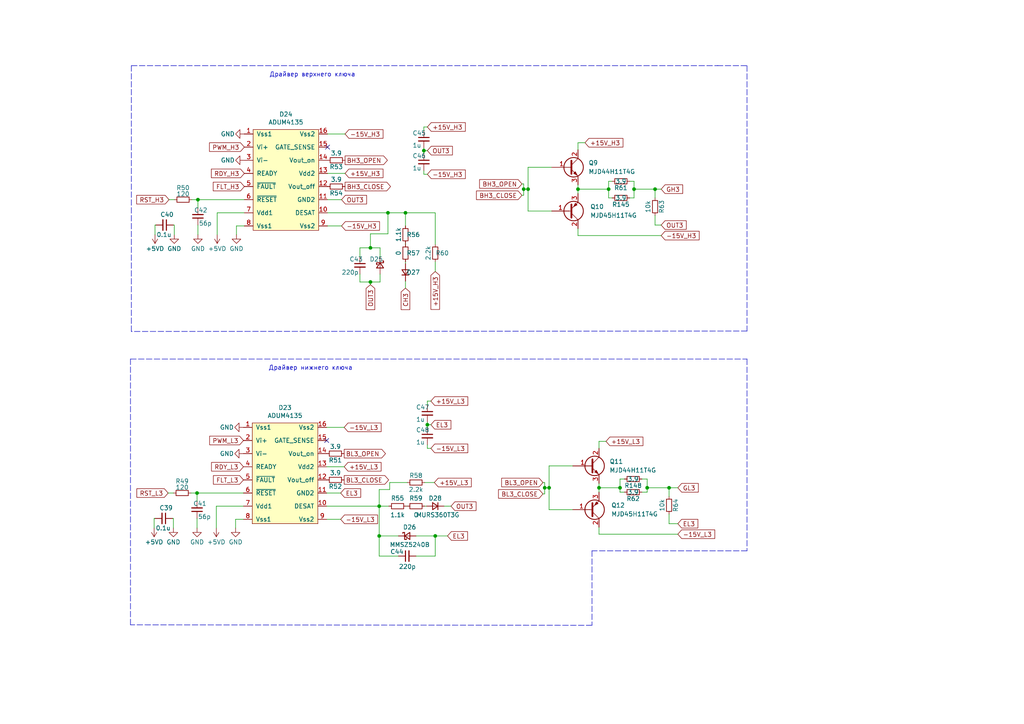
<source format=kicad_sch>
(kicad_sch (version 20211123) (generator eeschema)
  (paper "A4")
  (lib_symbols
    (symbol "ADUM_Driver:ADUM4135" (pin_names (offset 1.016))
      (property "Reference" "D" (at 0 0 0))
      (property "Value" "ADUM_Driver_ADUM4135" (at 0 -1.905 0))
      (symbol "ADUM4135_0_1"
        (rectangle (start -10.16 -3.175) (end 8.89 -32.385) (fill (type background)))
      )
      (symbol "ADUM4135_1_1"
        (pin input line (at -12.7 -4.445 0) (length 2.54) (name "Vss1") (number "1"))
        (pin input line (at 11.43 -27.305 180) (length 2.54) (name "DESAT") (number "10"))
        (pin input line (at 11.43 -23.495 180) (length 2.54) (name "GND2") (number "11"))
        (pin input line (at 11.43 -19.685 180) (length 2.54) (name "Vout_off") (number "12"))
        (pin input line (at 11.43 -15.875 180) (length 2.54) (name "Vdd2") (number "13"))
        (pin input line (at 11.43 -12.065 180) (length 2.54) (name "Vout_on") (number "14"))
        (pin input line (at 11.43 -8.255 180) (length 2.54) (name "GATE_SENSE") (number "15"))
        (pin input line (at 11.43 -4.445 180) (length 2.54) (name "Vss2") (number "16"))
        (pin input line (at -12.7 -8.255 0) (length 2.54) (name "Vi+") (number "2"))
        (pin input line (at -12.7 -12.065 0) (length 2.54) (name "Vi-") (number "3"))
        (pin input line (at -12.7 -15.875 0) (length 2.54) (name "READY") (number "4"))
        (pin input line (at -12.7 -19.685 0) (length 2.54) (name "~{FAULT}") (number "5"))
        (pin input line (at -12.7 -23.495 0) (length 2.54) (name "~{RESET}") (number "6"))
        (pin input line (at -12.7 -27.305 0) (length 2.54) (name "Vdd1") (number "7"))
        (pin input line (at -12.7 -31.115 0) (length 2.54) (name "Vss1") (number "8"))
        (pin input line (at 11.43 -31.115 180) (length 2.54) (name "Vss2") (number "9"))
      )
    )
    (symbol "Device:C_Small" (pin_numbers hide) (pin_names (offset 0.254) hide)
      (property "Reference" "C" (at 0.254 1.778 0))
      (property "Value" "C_Small" (at 0.254 -2.032 0))
      (symbol "C_Small_0_1"
        (polyline (pts (xy -1.524 -0.508) (xy 1.524 -0.508)) (stroke (width 0.3302)))
        (polyline (pts (xy -1.524 0.508) (xy 1.524 0.508)) (stroke (width 0.3048)))
      )
      (symbol "C_Small_1_1"
        (pin passive line (at 0 2.54 270) (length 2.032) (name "~") (number "1"))
        (pin passive line (at 0 -2.54 90) (length 2.032) (name "~") (number "2"))
      )
    )
    (symbol "Device:D_Schottky_Small" (pin_numbers hide) (pin_names (offset 0.254) hide)
      (property "Reference" "D" (at -1.27 2.032 0))
      (property "Value" "D_Schottky_Small" (at -7.112 -2.032 0))
      (symbol "D_Schottky_Small_0_1"
        (polyline (pts (xy -0.762 0) (xy 0.762 0)))
        (polyline (pts (xy 0.762 -1.016) (xy -0.762 0) (xy 0.762 1.016) (xy 0.762 -1.016)) (stroke (width 0.254)))
        (polyline (pts (xy -1.27 0.762) (xy -1.27 1.016) (xy -0.762 1.016) (xy -0.762 -1.016) (xy -0.254 -1.016) (xy -0.254 -0.762)) (stroke (width 0.254)))
      )
      (symbol "D_Schottky_Small_1_1"
        (pin passive line (at -2.54 0 0) (length 1.778) (name "K") (number "1"))
        (pin passive line (at 2.54 0 180) (length 1.778) (name "A") (number "2"))
      )
    )
    (symbol "Device:D_Small" (pin_numbers hide) (pin_names (offset 0.254) hide)
      (property "Reference" "D" (at -1.27 2.032 0))
      (property "Value" "D_Small" (at -3.81 -2.032 0))
      (symbol "D_Small_0_1"
        (polyline (pts (xy -0.762 -1.016) (xy -0.762 1.016)) (stroke (width 0.254)))
        (polyline (pts (xy -0.762 0) (xy 0.762 0)))
        (polyline (pts (xy 0.762 -1.016) (xy -0.762 0) (xy 0.762 1.016) (xy 0.762 -1.016)) (stroke (width 0.254)))
      )
      (symbol "D_Small_1_1"
        (pin passive line (at -2.54 0 0) (length 1.778) (name "K") (number "1"))
        (pin passive line (at 2.54 0 180) (length 1.778) (name "A") (number "2"))
      )
    )
    (symbol "Device:R_Small" (pin_numbers hide) (pin_names (offset 0.254) hide)
      (property "Reference" "R" (at 0.762 0.508 0))
      (property "Value" "R_Small" (at 0.762 -1.016 0))
      (symbol "R_Small_0_1"
        (rectangle (start -0.762 1.778) (end 0.762 -1.778) (stroke (width 0.2032)))
      )
      (symbol "R_Small_1_1"
        (pin passive line (at 0 2.54 270) (length 0.762) (name "~") (number "1"))
        (pin passive line (at 0 -2.54 90) (length 0.762) (name "~") (number "2"))
      )
    )
    (symbol "Transistor_BJT:2SB817" (pin_names (offset 0) hide)
      (property "Reference" "Q" (at 5.08 1.905 0))
      (property "Value" "2SB817" (at 5.08 0 0))
      (symbol "2SB817_0_1"
        (polyline (pts (xy 0 0) (xy 0.635 0)))
        (polyline (pts (xy 2.54 2.54) (xy 0.635 0.635)))
        (polyline (pts (xy 0.635 -0.635) (xy 2.54 -2.54) (xy 2.54 -2.54)))
        (polyline (pts (xy 0.635 1.905) (xy 0.635 -1.905) (xy 0.635 -1.905)) (stroke (width 0.508)))
        (polyline (pts (xy 1.778 -2.286) (xy 2.286 -1.778) (xy 1.27 -1.27) (xy 1.778 -2.286) (xy 1.778 -2.286)) (fill (type outline)))
        (circle (center 1.27 0) (radius 2.8194) (stroke (width 0.254)))
      )
      (symbol "2SB817_1_1"
        (pin input line (at -5.08 0 0) (length 5.08) (name "B") (number "1"))
        (pin passive line (at 2.54 5.08 270) (length 2.54) (name "C") (number "2"))
        (pin passive line (at 2.54 -5.08 90) (length 2.54) (name "E") (number "3"))
      )
    )
    (symbol "Transistor_BJT:BCP56" (pin_names (offset 0) hide)
      (property "Reference" "Q" (at 5.08 1.905 0))
      (property "Value" "BCP56" (at 5.08 0 0))
      (symbol "BCP56_0_1"
        (polyline (pts (xy 0.635 0.635) (xy 2.54 2.54)))
        (polyline (pts (xy 0.635 -0.635) (xy 2.54 -2.54) (xy 2.54 -2.54)))
        (polyline (pts (xy 0.635 1.905) (xy 0.635 -1.905) (xy 0.635 -1.905)) (stroke (width 0.508)))
        (polyline (pts (xy 1.27 -1.778) (xy 1.778 -1.27) (xy 2.286 -2.286) (xy 1.27 -1.778) (xy 1.27 -1.778)) (fill (type outline)))
        (circle (center 1.27 0) (radius 2.8194) (stroke (width 0.254)))
      )
      (symbol "BCP56_1_1"
        (pin input line (at -5.08 0 0) (length 5.715) (name "B") (number "1"))
        (pin passive line (at 2.54 5.08 270) (length 2.54) (name "C") (number "2"))
        (pin passive line (at 2.54 -5.08 90) (length 2.54) (name "E") (number "3"))
        (pin passive line (at 2.54 5.08 270) (length 2.54) hide (name "C") (number "4"))
      )
    )
    (symbol "power:+5VD" (power) (pin_names (offset 0))
      (property "Value" "+5VD" (at 0 3.556 0))
      (symbol "+5VD_0_1"
        (polyline (pts (xy -0.762 1.27) (xy 0 2.54)))
        (polyline (pts (xy 0 0) (xy 0 2.54)))
        (polyline (pts (xy 0 2.54) (xy 0.762 1.27)))
      )
      (symbol "+5VD_1_1"
        (pin power_in line (at 0 0 90) (length 0) hide (name "+5VD") (number "1"))
      )
    )
    (symbol "power:GND" (power) (pin_names (offset 0))
      (property "Value" "GND" (at 0 -3.81 0))
      (symbol "GND_0_1"
        (polyline (pts (xy 0 0) (xy 0 -1.27) (xy 1.27 -1.27) (xy 0 -2.54) (xy -1.27 -1.27) (xy 0 -1.27)))
      )
      (symbol "GND_1_1"
        (pin power_in line (at 0 0 270) (length 0) hide (name "GND") (number "1"))
      )
    )
  )
  (junction (at 151.892 54.864))
  (junction (at 173.736 141.478))
  (junction (at 179.832 141.478))
  (junction (at 183.896 54.864))
  (junction (at 153.162 54.864))
  (junction (at 107.442 71.882))
  (junction (at 176.53 54.864))
  (junction (at 159.258 141.478))
  (junction (at 122.936 43.688))
  (junction (at 157.988 141.478))
  (junction (at 109.982 146.812))
  (junction (at 126.238 155.448))
  (junction (at 194.056 141.478))
  (junction (at 189.992 54.864))
  (junction (at 117.602 61.722))
  (junction (at 112.522 61.722))
  (junction (at 123.952 123.19))
  (junction (at 57.15 143.002))
  (junction (at 109.982 155.448))
  (junction (at 187.706 141.478))
  (junction (at 167.64 54.864))
  (junction (at 107.442 81.788))
  (junction (at 57.404 57.912))
  (no_connect (at 94.996 42.672))
  (no_connect (at 94.742 127.762))
  (wire (pts (xy 167.64 68.326) (xy 191.77 68.326)))
  (wire (pts (xy 94.742 143.002) (xy 98.806 143.002)))
  (wire (pts (xy 183.896 52.578) (xy 182.626 52.578)))
  (wire (pts (xy 44.958 65.278) (xy 45.212 65.278)))
  (wire (pts (xy 179.832 138.938) (xy 179.832 141.478)))
  (wire (pts (xy 151.384 53.34) (xy 151.892 53.34)))
  (wire (pts (xy 109.982 146.812) (xy 112.776 146.812)))
  (wire (pts (xy 123.952 130.048) (xy 123.952 129.032)))
  (polyline (pts (xy 37.846 104.14) (xy 142.367 104.14)))
  (wire (pts (xy 123.952 36.83) (xy 122.936 36.83)))
  (wire (pts (xy 62.738 146.812) (xy 70.612 146.812)))
  (wire (pts (xy 122.936 50.546) (xy 122.936 49.53)))
  (wire (pts (xy 107.442 67.818) (xy 112.522 67.818)))
  (wire (pts (xy 167.64 41.402) (xy 167.64 43.434)))
  (wire (pts (xy 94.996 61.722) (xy 112.522 61.722)))
  (wire (pts (xy 126.238 161.29) (xy 126.238 155.448)))
  (wire (pts (xy 126.238 70.866) (xy 126.238 61.722)))
  (wire (pts (xy 159.258 135.128) (xy 159.258 141.478)))
  (wire (pts (xy 55.626 57.912) (xy 57.404 57.912)))
  (wire (pts (xy 160.02 48.514) (xy 153.162 48.514)))
  (wire (pts (xy 110.236 79.502) (xy 110.236 81.788)))
  (wire (pts (xy 70.612 150.622) (xy 68.326 150.622)))
  (wire (pts (xy 173.736 128.016) (xy 173.736 130.048)))
  (wire (pts (xy 62.992 61.722) (xy 70.866 61.722)))
  (wire (pts (xy 104.394 81.788) (xy 107.442 81.788)))
  (wire (pts (xy 177.546 52.578) (xy 176.53 52.578)))
  (wire (pts (xy 173.736 141.478) (xy 173.736 142.748)))
  (wire (pts (xy 167.64 53.594) (xy 167.64 54.864)))
  (wire (pts (xy 173.736 141.478) (xy 179.832 141.478)))
  (wire (pts (xy 109.982 155.448) (xy 109.982 146.812)))
  (wire (pts (xy 128.778 146.812) (xy 130.81 146.812)))
  (wire (pts (xy 50.546 68.072) (xy 50.546 65.278)))
  (wire (pts (xy 122.936 43.688) (xy 123.952 43.688)))
  (wire (pts (xy 194.056 141.478) (xy 196.596 141.478)))
  (wire (pts (xy 118.11 146.812) (xy 117.856 146.812)))
  (wire (pts (xy 122.936 36.83) (xy 122.936 37.846)))
  (wire (pts (xy 113.03 139.954) (xy 118.11 139.954)))
  (wire (pts (xy 183.896 54.864) (xy 189.992 54.864)))
  (wire (pts (xy 189.992 57.404) (xy 189.992 54.864)))
  (wire (pts (xy 117.602 81.534) (xy 117.602 83.566)))
  (wire (pts (xy 50.546 65.278) (xy 50.292 65.278)))
  (wire (pts (xy 151.892 53.34) (xy 151.892 54.864)))
  (wire (pts (xy 181.102 138.938) (xy 179.832 138.938)))
  (polyline (pts (xy 142.24 104.14) (xy 216.662 104.14)))
  (wire (pts (xy 166.116 135.128) (xy 159.258 135.128)))
  (polyline (pts (xy 216.662 19.05) (xy 216.662 96.012)))
  (wire (pts (xy 94.996 50.292) (xy 100.076 50.292)))
  (wire (pts (xy 194.056 149.098) (xy 194.056 151.892)))
  (wire (pts (xy 183.896 54.864) (xy 183.896 52.578)))
  (wire (pts (xy 109.982 161.29) (xy 109.982 155.448)))
  (wire (pts (xy 104.394 74.422) (xy 104.394 71.882)))
  (wire (pts (xy 123.19 139.954) (xy 125.984 139.954)))
  (wire (pts (xy 151.892 54.864) (xy 153.162 54.864)))
  (wire (pts (xy 117.602 70.866) (xy 117.602 70.612)))
  (wire (pts (xy 179.832 142.748) (xy 181.102 142.748)))
  (wire (pts (xy 107.442 81.788) (xy 110.236 81.788)))
  (wire (pts (xy 167.64 54.864) (xy 176.53 54.864)))
  (wire (pts (xy 124.968 116.332) (xy 123.952 116.332)))
  (wire (pts (xy 160.02 61.214) (xy 153.162 61.214)))
  (wire (pts (xy 57.15 143.002) (xy 70.612 143.002)))
  (wire (pts (xy 123.952 123.19) (xy 124.968 123.19)))
  (wire (pts (xy 196.596 151.892) (xy 194.056 151.892)))
  (wire (pts (xy 110.236 74.422) (xy 110.236 71.882)))
  (wire (pts (xy 157.988 143.256) (xy 157.988 141.478)))
  (wire (pts (xy 94.996 38.862) (xy 100.076 38.862)))
  (wire (pts (xy 117.602 75.946) (xy 117.602 76.454)))
  (wire (pts (xy 55.372 143.002) (xy 57.15 143.002)))
  (wire (pts (xy 112.522 61.722) (xy 117.602 61.722)))
  (wire (pts (xy 113.03 141.986) (xy 109.982 141.986)))
  (wire (pts (xy 109.982 141.986) (xy 109.982 146.812)))
  (wire (pts (xy 94.996 57.912) (xy 99.06 57.912)))
  (wire (pts (xy 117.602 61.722) (xy 117.602 65.532)))
  (polyline (pts (xy 216.662 96.012) (xy 38.1 96.139)))
  (wire (pts (xy 194.056 144.018) (xy 194.056 141.478)))
  (wire (pts (xy 62.738 153.162) (xy 62.738 146.812)))
  (wire (pts (xy 173.736 154.94) (xy 196.596 154.94)))
  (wire (pts (xy 122.936 42.926) (xy 122.936 43.688)))
  (wire (pts (xy 44.958 68.072) (xy 44.958 65.278)))
  (polyline (pts (xy 216.662 159.766) (xy 171.704 159.766)))
  (wire (pts (xy 50.292 153.162) (xy 50.292 150.368)))
  (wire (pts (xy 167.64 54.864) (xy 167.64 56.134)))
  (wire (pts (xy 157.48 139.954) (xy 157.988 139.954)))
  (wire (pts (xy 115.57 155.448) (xy 109.982 155.448)))
  (wire (pts (xy 175.768 128.016) (xy 173.736 128.016)))
  (wire (pts (xy 187.706 138.938) (xy 187.706 141.478)))
  (wire (pts (xy 167.64 66.294) (xy 167.64 68.326)))
  (wire (pts (xy 122.936 43.688) (xy 122.936 44.45)))
  (wire (pts (xy 68.326 150.622) (xy 68.326 153.162)))
  (wire (pts (xy 153.162 54.864) (xy 153.162 61.214)))
  (wire (pts (xy 123.952 122.428) (xy 123.952 123.19)))
  (wire (pts (xy 62.992 68.072) (xy 62.992 61.722)))
  (wire (pts (xy 126.238 155.448) (xy 129.794 155.448)))
  (polyline (pts (xy 38.1 19.05) (xy 208.28 19.05)))
  (wire (pts (xy 191.77 65.278) (xy 189.992 65.278)))
  (wire (pts (xy 182.626 57.404) (xy 183.896 57.404)))
  (wire (pts (xy 176.53 54.864) (xy 176.53 57.404)))
  (wire (pts (xy 107.442 71.882) (xy 110.236 71.882)))
  (wire (pts (xy 157.988 139.954) (xy 157.988 141.478)))
  (wire (pts (xy 57.404 60.198) (xy 57.404 57.912)))
  (wire (pts (xy 187.706 142.748) (xy 186.182 142.748)))
  (wire (pts (xy 94.996 65.532) (xy 99.06 65.532)))
  (wire (pts (xy 173.736 152.908) (xy 173.736 154.94)))
  (wire (pts (xy 57.404 68.072) (xy 57.404 65.278)))
  (wire (pts (xy 104.394 79.502) (xy 104.394 81.788)))
  (polyline (pts (xy 37.846 181.229) (xy 37.846 104.14)))
  (wire (pts (xy 173.736 140.208) (xy 173.736 141.478)))
  (polyline (pts (xy 171.704 159.766) (xy 171.704 181.356)))
  (wire (pts (xy 57.15 145.288) (xy 57.15 143.002)))
  (polyline (pts (xy 216.662 104.14) (xy 216.662 159.766)))
  (wire (pts (xy 48.768 143.002) (xy 50.292 143.002)))
  (wire (pts (xy 176.53 52.578) (xy 176.53 54.864)))
  (wire (pts (xy 44.704 153.162) (xy 44.704 150.368)))
  (wire (pts (xy 166.116 147.828) (xy 159.258 147.828)))
  (wire (pts (xy 187.706 141.478) (xy 187.706 142.748)))
  (wire (pts (xy 104.394 71.882) (xy 107.442 71.882)))
  (wire (pts (xy 120.65 155.448) (xy 126.238 155.448)))
  (wire (pts (xy 44.704 150.368) (xy 44.958 150.368)))
  (wire (pts (xy 57.15 153.162) (xy 57.15 150.368)))
  (wire (pts (xy 151.384 56.642) (xy 151.892 56.642)))
  (wire (pts (xy 157.988 141.478) (xy 159.258 141.478)))
  (wire (pts (xy 179.832 141.478) (xy 179.832 142.748)))
  (wire (pts (xy 151.892 56.642) (xy 151.892 54.864)))
  (wire (pts (xy 94.742 135.382) (xy 99.822 135.382)))
  (wire (pts (xy 107.442 71.882) (xy 107.442 67.818)))
  (wire (pts (xy 187.706 141.478) (xy 194.056 141.478)))
  (wire (pts (xy 183.896 57.404) (xy 183.896 54.864)))
  (wire (pts (xy 124.968 130.048) (xy 123.952 130.048)))
  (wire (pts (xy 123.19 146.812) (xy 123.698 146.812)))
  (wire (pts (xy 68.58 65.532) (xy 68.58 68.072)))
  (wire (pts (xy 115.57 161.29) (xy 109.982 161.29)))
  (wire (pts (xy 123.952 50.546) (xy 122.936 50.546)))
  (wire (pts (xy 126.238 61.722) (xy 117.602 61.722)))
  (polyline (pts (xy 38.1 96.139) (xy 38.1 19.05)))
  (wire (pts (xy 57.404 57.912) (xy 70.866 57.912)))
  (wire (pts (xy 123.952 116.332) (xy 123.952 117.348)))
  (wire (pts (xy 159.258 141.478) (xy 159.258 147.828)))
  (wire (pts (xy 107.442 81.788) (xy 107.442 82.55)))
  (wire (pts (xy 113.03 141.986) (xy 113.03 139.954)))
  (wire (pts (xy 153.162 48.514) (xy 153.162 54.864)))
  (wire (pts (xy 94.742 150.622) (xy 98.806 150.622)))
  (wire (pts (xy 186.182 138.938) (xy 187.706 138.938)))
  (wire (pts (xy 120.65 161.29) (xy 126.238 161.29)))
  (wire (pts (xy 70.866 65.532) (xy 68.58 65.532)))
  (wire (pts (xy 126.238 75.946) (xy 126.238 78.74)))
  (wire (pts (xy 189.992 62.484) (xy 189.992 65.278)))
  (wire (pts (xy 189.992 54.864) (xy 191.77 54.864)))
  (wire (pts (xy 49.022 57.912) (xy 50.546 57.912)))
  (wire (pts (xy 123.952 123.19) (xy 123.952 123.952)))
  (wire (pts (xy 176.53 57.404) (xy 177.546 57.404)))
  (wire (pts (xy 50.292 150.368) (xy 50.038 150.368)))
  (wire (pts (xy 112.522 67.818) (xy 112.522 61.722)))
  (wire (pts (xy 169.672 41.402) (xy 167.64 41.402)))
  (polyline (pts (xy 171.704 181.356) (xy 37.846 181.229)))
  (wire (pts (xy 94.742 146.812) (xy 109.982 146.812)))
  (polyline (pts (xy 208.026 19.05) (xy 216.662 19.05)))
  (wire (pts (xy 94.742 123.952) (xy 99.822 123.952)))
  (wire (pts (xy 157.48 143.256) (xy 157.988 143.256)))
  (text "Драйвер нижнего ключа" (at 77.851 107.569 0) (effects (font (size 1.27 1.27)) (justify left bottom)))
  (text "Драйвер верхнего ключа" (at 78.105 22.479 0) (effects (font (size 1.27 1.27)) (justify left bottom)))
  (global_label "OUT3" (shape input) (at 130.81 146.812 0) (property "Intersheet References" "${INTERSHEET_REFS}" (effects hide)))
  (global_label "RST_L3" (shape input) (at 48.768 143.002 180) (property "Intersheet References" "${INTERSHEET_REFS}" (effects hide)))
  (global_label "GH3" (shape input) (at 191.77 54.864 0) (property "Intersheet References" "${INTERSHEET_REFS}" (effects hide)))
  (global_label "BL3_CLOSE" (shape output) (at 99.822 139.192 0) (property "Intersheet References" "${INTERSHEET_REFS}" (effects hide)))
  (global_label "GL3" (shape input) (at 196.596 141.478 0) (property "Intersheet References" "${INTERSHEET_REFS}" (effects hide)))
  (global_label "+15V_H3" (shape input) (at 126.238 78.74 270) (property "Intersheet References" "${INTERSHEET_REFS}" (effects hide)))
  (global_label "FLT_L3" (shape input) (at 70.612 139.192 180) (property "Intersheet References" "${INTERSHEET_REFS}" (effects hide)))
  (global_label "RST_H3" (shape input) (at 49.022 57.912 180) (property "Intersheet References" "${INTERSHEET_REFS}" (effects hide)))
  (global_label "+15V_H3" (shape input) (at 123.952 36.83 0) (property "Intersheet References" "${INTERSHEET_REFS}" (effects hide)))
  (global_label "BL3_CLOSE" (shape input) (at 157.48 143.256 180) (property "Intersheet References" "${INTERSHEET_REFS}" (effects hide)))
  (global_label "-15V_L3" (shape input) (at 98.806 150.622 0) (property "Intersheet References" "${INTERSHEET_REFS}" (effects hide)))
  (global_label "BH3_CLOSE" (shape input) (at 151.384 56.642 180) (property "Intersheet References" "${INTERSHEET_REFS}" (effects hide)))
  (global_label "FLT_H3" (shape input) (at 70.866 54.102 180) (property "Intersheet References" "${INTERSHEET_REFS}" (effects hide)))
  (global_label "OUT3" (shape input) (at 191.77 65.278 0) (property "Intersheet References" "${INTERSHEET_REFS}" (effects hide)))
  (global_label "-15V_L3" (shape input) (at 99.822 123.952 0) (property "Intersheet References" "${INTERSHEET_REFS}" (effects hide)))
  (global_label "+15V_L3" (shape input) (at 99.822 135.382 0) (property "Intersheet References" "${INTERSHEET_REFS}" (effects hide)))
  (global_label "-15V_H3" (shape input) (at 123.952 50.546 0) (property "Intersheet References" "${INTERSHEET_REFS}" (effects hide)))
  (global_label "-15V_H3" (shape input) (at 100.076 38.862 0) (property "Intersheet References" "${INTERSHEET_REFS}" (effects hide)))
  (global_label "OUT3" (shape input) (at 123.952 43.688 0) (property "Intersheet References" "${INTERSHEET_REFS}" (effects hide)))
  (global_label "PWM_H3" (shape input) (at 70.866 42.672 180) (property "Intersheet References" "${INTERSHEET_REFS}" (effects hide)))
  (global_label "EL3" (shape input) (at 124.968 123.19 0) (property "Intersheet References" "${INTERSHEET_REFS}" (effects hide)))
  (global_label "EL3" (shape input) (at 196.596 151.892 0) (property "Intersheet References" "${INTERSHEET_REFS}" (effects hide)))
  (global_label "-15V_H3" (shape input) (at 99.06 65.532 0) (property "Intersheet References" "${INTERSHEET_REFS}" (effects hide)))
  (global_label "+15V_L3" (shape input) (at 175.768 128.016 0) (property "Intersheet References" "${INTERSHEET_REFS}" (effects hide)))
  (global_label "+15V_H3" (shape input) (at 100.076 50.292 0) (property "Intersheet References" "${INTERSHEET_REFS}" (effects hide)))
  (global_label "BH3_OPEN" (shape input) (at 151.384 53.34 180) (property "Intersheet References" "${INTERSHEET_REFS}" (effects hide)))
  (global_label "CH3" (shape input) (at 117.602 83.566 270) (property "Intersheet References" "${INTERSHEET_REFS}" (effects hide)))
  (global_label "-15V_L3" (shape input) (at 196.596 154.94 0) (property "Intersheet References" "${INTERSHEET_REFS}" (effects hide)))
  (global_label "+15V_L3" (shape input) (at 124.968 116.332 0) (property "Intersheet References" "${INTERSHEET_REFS}" (effects hide)))
  (global_label "BH3_CLOSE" (shape output) (at 100.076 54.102 0) (property "Intersheet References" "${INTERSHEET_REFS}" (effects hide)))
  (global_label "+15V_L3" (shape input) (at 125.984 139.954 0) (property "Intersheet References" "${INTERSHEET_REFS}" (effects hide)))
  (global_label "OUT3" (shape input) (at 99.06 57.912 0) (property "Intersheet References" "${INTERSHEET_REFS}" (effects hide)))
  (global_label "BL3_OPEN" (shape output) (at 99.822 131.572 0) (property "Intersheet References" "${INTERSHEET_REFS}" (effects hide)))
  (global_label "EL3" (shape input) (at 98.806 143.002 0) (property "Intersheet References" "${INTERSHEET_REFS}" (effects hide)))
  (global_label "EL3" (shape input) (at 129.794 155.448 0) (property "Intersheet References" "${INTERSHEET_REFS}" (effects hide)))
  (global_label "RDY_H3" (shape input) (at 70.866 50.292 180) (property "Intersheet References" "${INTERSHEET_REFS}" (effects hide)))
  (global_label "BL3_OPEN" (shape input) (at 157.48 139.954 180) (property "Intersheet References" "${INTERSHEET_REFS}" (effects hide)))
  (global_label "-15V_L3" (shape input) (at 124.968 130.048 0) (property "Intersheet References" "${INTERSHEET_REFS}" (effects hide)))
  (global_label "PWM_L3" (shape input) (at 70.612 127.762 180) (property "Intersheet References" "${INTERSHEET_REFS}" (effects hide)))
  (global_label "-15V_H3" (shape input) (at 191.77 68.326 0) (property "Intersheet References" "${INTERSHEET_REFS}" (effects hide)))
  (global_label "OUT3" (shape input) (at 107.442 82.55 270) (property "Intersheet References" "${INTERSHEET_REFS}" (effects hide)))
  (global_label "+15V_H3" (shape input) (at 169.672 41.402 0) (property "Intersheet References" "${INTERSHEET_REFS}" (effects hide)))
  (global_label "BH3_OPEN" (shape output) (at 100.076 46.482 0) (property "Intersheet References" "${INTERSHEET_REFS}" (effects hide)))
  (global_label "RDY_L3" (shape input) (at 70.612 135.382 180) (property "Intersheet References" "${INTERSHEET_REFS}" (effects hide)))
  (symbol (lib_id "Device:C_Small") (at 57.404 62.738 180) (unit 1)
    (property "Reference" "C42" (at 60.198 60.96 0) (effects (justify left)))
    (property "Value" "56p" (at 57.658 64.77 0) (effects (justify right)))
    (property "Footprint" "Capacitor_SMD:C_0805_2012Metric_Pad1.18x1.45mm_HandSolder" (effects hide))
  )
  (symbol (lib_id "power:+5VD") (at 62.738 153.162 180) (unit 1)
    (property "Reference" "#PWR071" (effects hide))
    (property "Value" "+5VD" (at 62.738 157.226 0))
  )
  (symbol (lib_id "Device:R_Small") (at 126.238 73.406 0) (unit 1)
    (property "Reference" "R60" (at 128.27 73.406 0))
    (property "Value" "2.2k" (at 124.206 73.406 90))
    (property "Footprint" "Resistor_SMD:R_0805_2012Metric_Pad1.20x1.40mm_HandSolder" (effects hide))
  )
  (symbol (lib_id "power:GND") (at 57.15 153.162 0) (unit 1)
    (property "Reference" "#PWR0166" (effects hide))
    (property "Value" "GND" (at 55.118 157.226 0) (effects (justify left)))
  )
  (symbol (lib_id "Device:R_Small") (at 120.65 139.954 90) (unit 1)
    (property "Reference" "R58" (at 120.65 137.922 90))
    (property "Value" "2.2k" (at 120.65 141.986 90))
    (property "Footprint" "Resistor_SMD:R_0805_2012Metric_Pad1.20x1.40mm_HandSolder" (effects hide))
  )
  (symbol (lib_id "Device:R_Small") (at 180.086 52.578 270) (unit 1)
    (property "Reference" "R61" (at 180.086 54.483 90))
    (property "Value" "3.9" (at 180.086 52.578 90))
    (property "Footprint" "Resistor_SMD:R_2512_6332Metric_Pad1.40x3.35mm_HandSolder" (effects hide))
  )
  (symbol (lib_id "Device:R_Small") (at 183.642 142.748 270) (unit 1)
    (property "Reference" "R62" (at 183.642 144.653 90))
    (property "Value" "3.9" (at 183.642 142.748 90))
    (property "Footprint" "Resistor_SMD:R_2512_6332Metric_Pad1.40x3.35mm_HandSolder" (effects hide))
  )
  (symbol (lib_id "Device:R_Small") (at 183.642 138.938 270) (unit 1)
    (property "Reference" "R148" (at 183.642 140.843 90))
    (property "Value" "3.9" (at 183.642 138.938 90))
    (property "Footprint" "Resistor_SMD:R_2512_6332Metric_Pad1.40x3.35mm_HandSolder" (effects hide))
  )
  (symbol (lib_id "Device:C_Small") (at 104.394 76.962 0) (unit 1)
    (property "Reference" "C43" (at 101.346 75.184 0) (effects (justify left)))
    (property "Value" "220p" (at 99.06 78.994 0) (effects (justify left)))
    (property "Footprint" "Capacitor_SMD:C_0805_2012Metric_Pad1.18x1.45mm_HandSolder" (effects hide))
  )
  (symbol (lib_id "power:GND") (at 70.612 123.952 270) (unit 1)
    (property "Reference" "#PWR0164" (effects hide))
    (property "Value" "GND" (at 63.754 123.952 90) (effects (justify left)))
  )
  (symbol (lib_id "Device:R_Small") (at 117.602 68.072 180) (unit 1)
    (property "Reference" "R56" (at 119.888 68.072 0))
    (property "Value" "1.1k" (at 115.57 68.072 90))
    (property "Footprint" "Resistor_SMD:R_0805_2012Metric_Pad1.20x1.40mm_HandSolder" (effects hide))
  )
  (symbol (lib_id "Device:R_Small") (at 189.992 59.944 0) (unit 1)
    (property "Reference" "R63" (at 191.897 59.944 90))
    (property "Value" "10k" (at 187.96 59.944 90))
    (property "Footprint" "Resistor_SMD:R_1210_3225Metric_Pad1.30x2.65mm_HandSolder" (effects hide))
  )
  (symbol (lib_id "Device:R_Small") (at 120.65 146.812 270) (unit 1)
    (property "Reference" "R59" (at 120.65 144.526 90))
    (property "Value" "0" (at 120.65 149.352 90))
    (property "Footprint" "Resistor_SMD:R_1206_3216Metric_Pad1.30x1.75mm_HandSolder" (effects hide))
  )
  (symbol (lib_id "Device:R_Small") (at 97.536 54.102 270) (unit 1)
    (property "Reference" "R54" (at 97.536 56.007 90))
    (property "Value" "3.9" (at 97.536 52.07 90))
    (property "Footprint" "Resistor_SMD:R_1210_3225Metric_Pad1.30x2.65mm_HandSolder" (effects hide))
  )
  (symbol (lib_id "power:GND") (at 50.292 153.162 0) (unit 1)
    (property "Reference" "#PWR0167" (effects hide))
    (property "Value" "GND" (at 48.26 157.226 0) (effects (justify left)))
  )
  (symbol (lib_id "power:GND") (at 70.612 131.572 270) (unit 1)
    (property "Reference" "#PWR0165" (effects hide))
    (property "Value" "GND" (at 63.754 131.572 90) (effects (justify left)))
  )
  (symbol (lib_id "Transistor_BJT:2SB817") (at 165.1 61.214 0) (mirror x) (unit 1)
    (property "Reference" "Q10" (at 171.196 59.9439 0) (effects (justify left)))
    (property "Value" "MJD45H11T4G" (at 171.196 62.4839 0) (effects (justify left)))
    (property "Footprint" "Package_TO_SOT_SMD:TO-252-2" (effects hide))
    (property "Datasheet" "http://skory.gylcomp.hu/alkatresz/2SB817.pdf" (effects hide))
  )
  (symbol (lib_id "power:GND") (at 57.404 68.072 0) (unit 1)
    (property "Reference" "#PWR0171" (effects hide))
    (property "Value" "GND" (at 55.372 72.136 0) (effects (justify left)))
  )
  (symbol (lib_id "Device:R_Small") (at 180.086 57.404 270) (unit 1)
    (property "Reference" "R145" (at 180.086 59.309 90))
    (property "Value" "3.9" (at 180.086 57.404 90))
    (property "Footprint" "Resistor_SMD:R_2512_6332Metric_Pad1.40x3.35mm_HandSolder" (effects hide))
  )
  (symbol (lib_id "power:+5VD") (at 62.992 68.072 180) (unit 1)
    (property "Reference" "#PWR072" (effects hide))
    (property "Value" "+5VD" (at 62.992 72.136 0))
  )
  (symbol (lib_id "power:GND") (at 50.546 68.072 0) (unit 1)
    (property "Reference" "#PWR0170" (effects hide))
    (property "Value" "GND" (at 48.514 72.136 0) (effects (justify left)))
  )
  (symbol (lib_id "Device:D_Small") (at 126.238 146.812 180) (unit 1)
    (property "Reference" "D28" (at 126.238 144.526 0))
    (property "Value" "MURS360T3G" (at 127 149.352 0))
    (property "Footprint" "Diode_SMD:D_SMC" (effects hide))
  )
  (symbol (lib_id "Device:C_Small") (at 123.952 119.888 0) (unit 1)
    (property "Reference" "C47" (at 120.65 118.11 0) (effects (justify left)))
    (property "Value" "1u" (at 120.65 121.666 0) (effects (justify left)))
    (property "Footprint" "Capacitor_SMD:C_0805_2012Metric_Pad1.18x1.45mm_HandSolder" (effects hide))
  )
  (symbol (lib_id "Device:D_Schottky_Small") (at 110.236 76.962 270) (unit 1)
    (property "Reference" "D25" (at 107.188 75.184 90) (effects (justify left)))
    (property "Value" "MMSZ5240B" (effects hide))
    (property "Footprint" "Diode_SMD:D_SOD-123" (effects hide))
  )
  (symbol (lib_id "Device:C_Small") (at 122.936 40.386 0) (unit 1)
    (property "Reference" "C45" (at 119.634 38.608 0) (effects (justify left)))
    (property "Value" "1u" (at 119.634 42.164 0) (effects (justify left)))
    (property "Footprint" "Capacitor_SMD:C_0805_2012Metric_Pad1.18x1.45mm_HandSolder" (effects hide))
  )
  (symbol (lib_id "Device:R_Small") (at 117.602 73.406 180) (unit 1)
    (property "Reference" "R57" (at 119.888 73.406 0))
    (property "Value" "0" (at 115.57 73.406 90))
    (property "Footprint" "Resistor_SMD:R_1206_3216Metric_Pad1.30x1.75mm_HandSolder" (effects hide))
  )
  (symbol (lib_id "Transistor_BJT:BCP56") (at 171.196 135.128 0) (unit 1)
    (property "Reference" "Q11" (at 176.784 133.8579 0) (effects (justify left)))
    (property "Value" "MJD44H11T4G" (at 176.784 136.3979 0) (effects (justify left)))
    (property "Footprint" "Package_TO_SOT_SMD:TO-252-2" (effects hide))
    (property "Datasheet" "http://cache.nxp.com/documents/data_sheet/BCP56_BCX56_BC56PA.pdf?pspll=1" (effects hide))
  )
  (symbol (lib_id "power:+5VD") (at 44.958 68.072 180) (unit 1)
    (property "Reference" "#PWR066" (effects hide))
    (property "Value" "+5VD" (at 44.958 72.136 0))
  )
  (symbol (lib_id "Device:R_Small") (at 97.282 131.572 270) (unit 1)
    (property "Reference" "R51" (at 97.282 133.477 90))
    (property "Value" "3.9" (at 97.282 129.54 90))
    (property "Footprint" "Resistor_SMD:R_1210_3225Metric_Pad1.30x2.65mm_HandSolder" (effects hide))
  )
  (symbol (lib_id "power:GND") (at 70.866 46.482 270) (unit 1)
    (property "Reference" "#PWR0169" (effects hide))
    (property "Value" "GND" (at 64.008 46.482 90) (effects (justify left)))
  )
  (symbol (lib_id "ADUM_Driver:ADUM4135") (at 83.312 119.507 0) (unit 1)
    (property "Reference" "D23" (at 82.677 118.237 0))
    (property "Value" "ADUM4135" (at 82.677 120.5484 0))
    (property "Footprint" "Package_SO:SOIC-16W_7.5x10.3mm_P1.27mm" (effects hide))
  )
  (symbol (lib_id "Device:C_Small") (at 47.752 65.278 270) (unit 1)
    (property "Reference" "C40" (at 46.482 62.23 90) (effects (justify left)))
    (property "Value" "0.1u" (at 49.784 68.072 90) (effects (justify right)))
    (property "Footprint" "Capacitor_SMD:C_0805_2012Metric_Pad1.18x1.45mm_HandSolder" (effects hide))
  )
  (symbol (lib_id "Transistor_BJT:BCP56") (at 165.1 48.514 0) (unit 1)
    (property "Reference" "Q9" (at 170.688 47.2439 0) (effects (justify left)))
    (property "Value" "MJD44H11T4G" (at 170.688 49.7839 0) (effects (justify left)))
    (property "Footprint" "Package_TO_SOT_SMD:TO-252-2" (effects hide))
    (property "Datasheet" "http://cache.nxp.com/documents/data_sheet/BCP56_BCX56_BC56PA.pdf?pspll=1" (effects hide))
  )
  (symbol (lib_id "Device:C_Small") (at 118.11 161.29 90) (unit 1)
    (property "Reference" "C44" (at 117.094 160.02 90) (effects (justify left)))
    (property "Value" "220p" (at 120.65 164.338 90) (effects (justify left)))
    (property "Footprint" "Capacitor_SMD:C_0805_2012Metric_Pad1.18x1.45mm_HandSolder" (effects hide))
  )
  (symbol (lib_id "Device:R_Small") (at 194.056 146.558 0) (unit 1)
    (property "Reference" "R64" (at 195.961 146.558 90))
    (property "Value" "10k" (at 192.024 146.558 90))
    (property "Footprint" "Resistor_SMD:R_1210_3225Metric_Pad1.30x2.65mm_HandSolder" (effects hide))
  )
  (symbol (lib_id "Device:D_Small") (at 117.602 78.994 90) (unit 1)
    (property "Reference" "D27" (at 119.888 78.994 90))
    (property "Value" "MURS360T3G" (effects hide))
    (property "Footprint" "Diode_SMD:D_SMC" (effects hide))
  )
  (symbol (lib_id "Device:R_Small") (at 115.316 146.812 270) (unit 1)
    (property "Reference" "R55" (at 115.316 144.526 90))
    (property "Value" "1.1k" (at 115.316 149.352 90))
    (property "Footprint" "Resistor_SMD:R_0805_2012Metric_Pad1.20x1.40mm_HandSolder" (effects hide))
  )
  (symbol (lib_id "Device:C_Small") (at 57.15 147.828 180) (unit 1)
    (property "Reference" "C41" (at 59.944 146.05 0) (effects (justify left)))
    (property "Value" "56p" (at 57.404 149.86 0) (effects (justify right)))
    (property "Footprint" "Capacitor_SMD:C_0805_2012Metric_Pad1.18x1.45mm_HandSolder" (effects hide))
  )
  (symbol (lib_id "Device:R_Small") (at 52.832 143.002 90) (unit 1)
    (property "Reference" "R49" (at 52.832 139.573 90))
    (property "Value" "120" (at 52.832 141.351 90))
    (property "Footprint" "Resistor_SMD:R_0805_2012Metric_Pad1.20x1.40mm_HandSolder" (effects hide))
  )
  (symbol (lib_id "Device:C_Small") (at 123.952 126.492 0) (unit 1)
    (property "Reference" "C48" (at 120.65 124.714 0) (effects (justify left)))
    (property "Value" "1u" (at 120.65 128.27 0) (effects (justify left)))
    (property "Footprint" "Capacitor_SMD:C_0805_2012Metric_Pad1.18x1.45mm_HandSolder" (effects hide))
  )
  (symbol (lib_id "Device:C_Small") (at 47.498 150.368 270) (unit 1)
    (property "Reference" "C39" (at 46.228 147.32 90) (effects (justify left)))
    (property "Value" "0.1u" (at 49.53 153.162 90) (effects (justify right)))
    (property "Footprint" "Capacitor_SMD:C_0805_2012Metric_Pad1.18x1.45mm_HandSolder" (effects hide))
  )
  (symbol (lib_id "Device:R_Small") (at 97.282 139.192 270) (unit 1)
    (property "Reference" "R52" (at 97.282 141.097 90))
    (property "Value" "3.9" (at 97.282 137.16 90))
    (property "Footprint" "Resistor_SMD:R_1210_3225Metric_Pad1.30x2.65mm_HandSolder" (effects hide))
  )
  (symbol (lib_id "Transistor_BJT:2SB817") (at 171.196 147.828 0) (mirror x) (unit 1)
    (property "Reference" "Q12" (at 177.292 146.5579 0) (effects (justify left)))
    (property "Value" "MJD45H11T4G" (at 177.292 149.0979 0) (effects (justify left)))
    (property "Footprint" "Package_TO_SOT_SMD:TO-252-2" (effects hide))
    (property "Datasheet" "http://skory.gylcomp.hu/alkatresz/2SB817.pdf" (effects hide))
  )
  (symbol (lib_id "Device:R_Small") (at 53.086 57.912 90) (unit 1)
    (property "Reference" "R50" (at 53.086 54.483 90))
    (property "Value" "120" (at 53.086 56.261 90))
    (property "Footprint" "Resistor_SMD:R_0805_2012Metric_Pad1.20x1.40mm_HandSolder" (effects hide))
  )
  (symbol (lib_id "ADUM_Driver:ADUM4135") (at 83.566 34.417 0) (unit 1)
    (property "Reference" "D24" (at 82.931 33.147 0))
    (property "Value" "ADUM4135" (at 82.931 35.4584 0))
    (property "Footprint" "Package_SO:SOIC-16W_7.5x10.3mm_P1.27mm" (effects hide))
  )
  (symbol (lib_id "power:GND") (at 68.326 153.162 0) (unit 1)
    (property "Reference" "#PWR0163" (effects hide))
    (property "Value" "GND" (at 66.294 157.226 0) (effects (justify left)))
  )
  (symbol (lib_id "power:GND") (at 68.58 68.072 0) (unit 1)
    (property "Reference" "#PWR0172" (effects hide))
    (property "Value" "GND" (at 66.548 72.136 0) (effects (justify left)))
  )
  (symbol (lib_id "Device:R_Small") (at 97.536 46.482 270) (unit 1)
    (property "Reference" "R53" (at 97.536 48.387 90))
    (property "Value" "3.9" (at 97.536 44.45 90))
    (property "Footprint" "Resistor_SMD:R_1210_3225Metric_Pad1.30x2.65mm_HandSolder" (effects hide))
  )
  (symbol (lib_id "power:GND") (at 70.866 38.862 270) (unit 1)
    (property "Reference" "#PWR0168" (effects hide))
    (property "Value" "GND" (at 64.008 38.862 90) (effects (justify left)))
  )
  (symbol (lib_id "Device:C_Small") (at 122.936 46.99 0) (unit 1)
    (property "Reference" "C46" (at 119.634 45.212 0) (effects (justify left)))
    (property "Value" "1u" (at 119.634 48.768 0) (effects (justify left)))
    (property "Footprint" "Capacitor_SMD:C_0805_2012Metric_Pad1.18x1.45mm_HandSolder" (effects hide))
  )
  (symbol (lib_id "power:+5VD") (at 44.704 153.162 180) (unit 1)
    (property "Reference" "#PWR065" (effects hide))
    (property "Value" "+5VD" (at 44.704 157.226 0))
  )
  (symbol (lib_id "Device:D_Schottky_Small") (at 118.11 155.448 0) (unit 1)
    (property "Reference" "D26" (at 116.84 152.908 0) (effects (justify left)))
    (property "Value" "MMSZ5240B" (at 113.03 157.988 0) (effects (justify left)))
    (property "Footprint" "Diode_SMD:D_SOD-123" (effects hide))
  )
)
</source>
